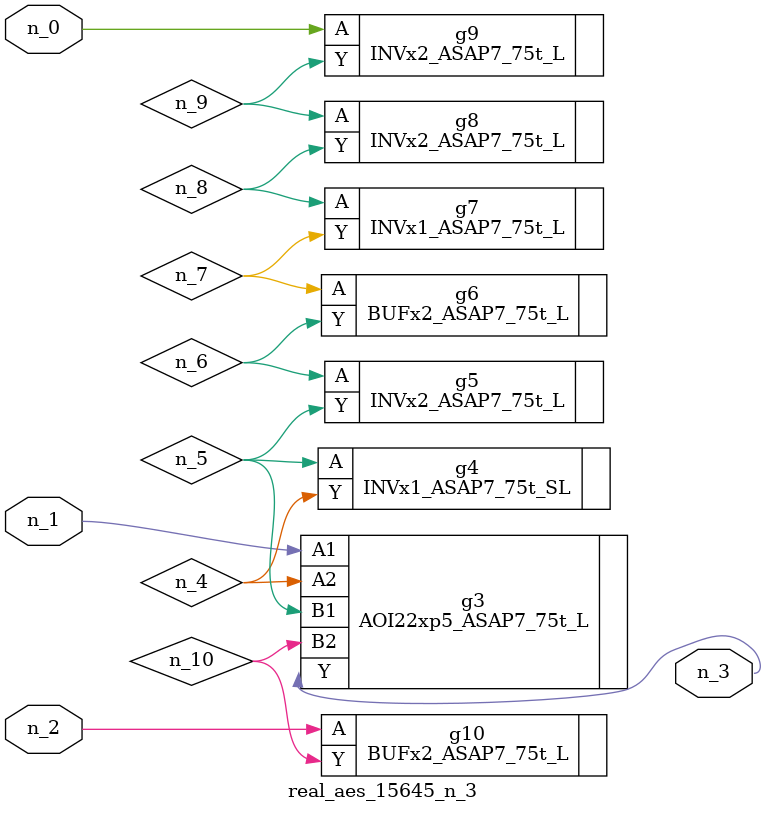
<source format=v>
module real_aes_15645_n_3 (n_0, n_2, n_1, n_3);
input n_0;
input n_2;
input n_1;
output n_3;
wire n_4;
wire n_5;
wire n_7;
wire n_8;
wire n_6;
wire n_9;
wire n_10;
INVx2_ASAP7_75t_L g9 ( .A(n_0), .Y(n_9) );
AOI22xp5_ASAP7_75t_L g3 ( .A1(n_1), .A2(n_4), .B1(n_5), .B2(n_10), .Y(n_3) );
BUFx2_ASAP7_75t_L g10 ( .A(n_2), .Y(n_10) );
INVx1_ASAP7_75t_SL g4 ( .A(n_5), .Y(n_4) );
INVx2_ASAP7_75t_L g5 ( .A(n_6), .Y(n_5) );
BUFx2_ASAP7_75t_L g6 ( .A(n_7), .Y(n_6) );
INVx1_ASAP7_75t_L g7 ( .A(n_8), .Y(n_7) );
INVx2_ASAP7_75t_L g8 ( .A(n_9), .Y(n_8) );
endmodule
</source>
